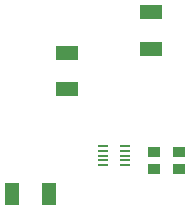
<source format=gtp>
G04 Layer_Color=8421504*
%FSAX43Y43*%
%MOMM*%
G71*
G01*
G75*
%ADD10R,1.050X0.900*%
%ADD11R,1.300X1.850*%
%ADD12R,0.950X0.200*%
%ADD13R,1.850X1.300*%
D10*
X0070866Y0086233D02*
D03*
Y0084833D02*
D03*
X0068707D02*
D03*
Y0086233D02*
D03*
D11*
X0056743Y0082677D02*
D03*
X0059843D02*
D03*
D12*
X0064389Y0086741D02*
D03*
Y0086341D02*
D03*
Y0085941D02*
D03*
Y0085541D02*
D03*
Y0085141D02*
D03*
X0066319Y0086741D02*
D03*
Y0086341D02*
D03*
Y0085941D02*
D03*
Y0085541D02*
D03*
Y0085141D02*
D03*
D13*
X0068453Y0094970D02*
D03*
Y0098070D02*
D03*
X0061341Y0091541D02*
D03*
Y0094641D02*
D03*
M02*

</source>
